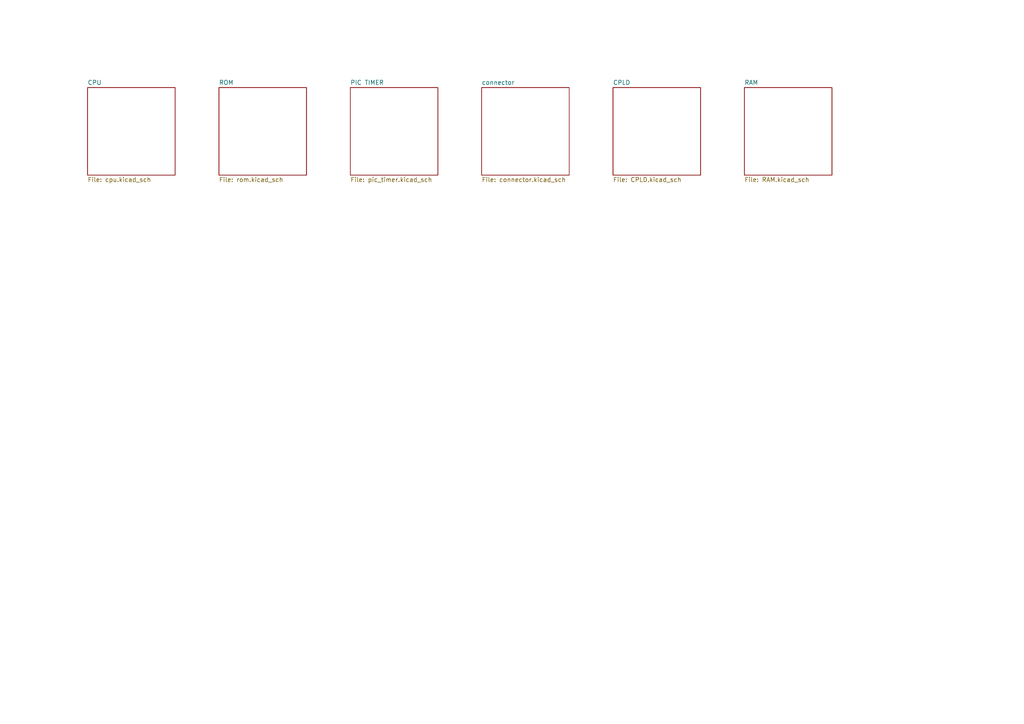
<source format=kicad_sch>
(kicad_sch (version 20230121) (generator eeschema)
  (paper "A4")
  (title_block (title "Mini8086 main system board") (rev "2.1"))
  (lib_symbols)
  (sheet (at 25.4 25.4) (size 25.4 25.4)
    (property "Sheetname" "CPU" (at 25.4 24.6884 0) (effects (justify left bottom)))
    (property "Sheetfile" "cpu.kicad_sch" (at 25.4 51.3846 0) (effects (justify left top)))
  )
  (sheet (at 63.5 25.4) (size 25.4 25.4)
    (property "Sheetname" "ROM" (at 63.5 24.6884 0) (effects (justify left bottom)))
    (property "Sheetfile" "rom.kicad_sch" (at 63.5 51.3846 0) (effects (justify left top)))
  )
  (sheet (at 101.6 25.4) (size 25.4 25.4)
    (property "Sheetname" "PIC TIMER" (at 101.6 24.6884 0) (effects (justify left bottom)))
    (property "Sheetfile" "pic_timer.kicad_sch" (at 101.6 51.3846 0) (effects (justify left top)))
  )
  (sheet (at 139.7 25.4) (size 25.4 25.4)
    (property "Sheetname" "connector" (at 139.7 24.6884 0) (effects (justify left bottom)))
    (property "Sheetfile" "connector.kicad_sch" (at 139.7 51.3846 0) (effects (justify left top)))
  )
  (sheet (at 177.8 25.4) (size 25.4 25.4)
    (property "Sheetname" "CPLD" (at 177.8 24.6884 0) (effects (justify left bottom)))
    (property "Sheetfile" "CPLD.kicad_sch" (at 177.8 51.3846 0) (effects (justify left top)))
  )
  (sheet (at 215.9 25.4) (size 25.4 25.4)
    (property "Sheetname" "RAM" (at 215.9 24.6884 0) (effects (justify left bottom)))
    (property "Sheetfile" "RAM.kicad_sch" (at 215.9 51.3846 0) (effects (justify left top)))
  )
)
</source>
